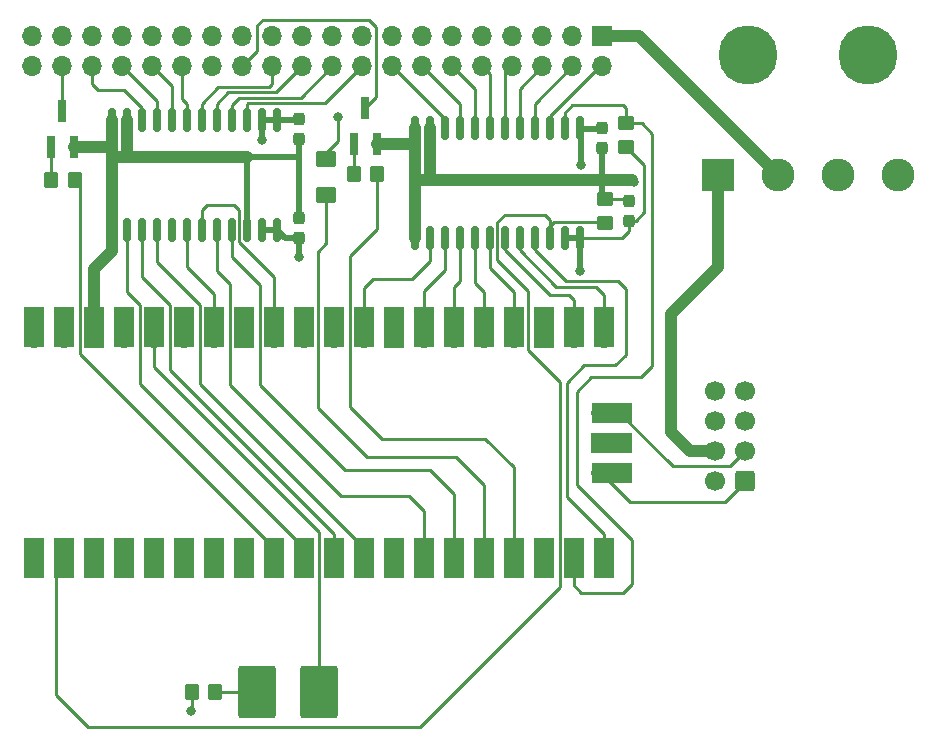
<source format=gbr>
%TF.GenerationSoftware,KiCad,Pcbnew,(6.0.1)*%
%TF.CreationDate,2022-03-24T11:58:16-04:00*%
%TF.ProjectId,FDC,4644432e-6b69-4636-9164-5f7063625858,rev?*%
%TF.SameCoordinates,Original*%
%TF.FileFunction,Copper,L1,Top*%
%TF.FilePolarity,Positive*%
%FSLAX46Y46*%
G04 Gerber Fmt 4.6, Leading zero omitted, Abs format (unit mm)*
G04 Created by KiCad (PCBNEW (6.0.1)) date 2022-03-24 11:58:16*
%MOMM*%
%LPD*%
G01*
G04 APERTURE LIST*
G04 Aperture macros list*
%AMRoundRect*
0 Rectangle with rounded corners*
0 $1 Rounding radius*
0 $2 $3 $4 $5 $6 $7 $8 $9 X,Y pos of 4 corners*
0 Add a 4 corners polygon primitive as box body*
4,1,4,$2,$3,$4,$5,$6,$7,$8,$9,$2,$3,0*
0 Add four circle primitives for the rounded corners*
1,1,$1+$1,$2,$3*
1,1,$1+$1,$4,$5*
1,1,$1+$1,$6,$7*
1,1,$1+$1,$8,$9*
0 Add four rect primitives between the rounded corners*
20,1,$1+$1,$2,$3,$4,$5,0*
20,1,$1+$1,$4,$5,$6,$7,0*
20,1,$1+$1,$6,$7,$8,$9,0*
20,1,$1+$1,$8,$9,$2,$3,0*%
G04 Aperture macros list end*
%TA.AperFunction,SMDPad,CuDef*%
%ADD10RoundRect,0.150000X-0.150000X0.875000X-0.150000X-0.875000X0.150000X-0.875000X0.150000X0.875000X0*%
%TD*%
%TA.AperFunction,SMDPad,CuDef*%
%ADD11R,0.800000X1.900000*%
%TD*%
%TA.AperFunction,SMDPad,CuDef*%
%ADD12RoundRect,0.249999X0.350001X0.450001X-0.350001X0.450001X-0.350001X-0.450001X0.350001X-0.450001X0*%
%TD*%
%TA.AperFunction,SMDPad,CuDef*%
%ADD13RoundRect,0.249999X0.450001X-0.350001X0.450001X0.350001X-0.450001X0.350001X-0.450001X-0.350001X0*%
%TD*%
%TA.AperFunction,SMDPad,CuDef*%
%ADD14RoundRect,0.237500X0.237500X-0.300000X0.237500X0.300000X-0.237500X0.300000X-0.237500X-0.300000X0*%
%TD*%
%TA.AperFunction,SMDPad,CuDef*%
%ADD15RoundRect,0.237500X-0.237500X0.300000X-0.237500X-0.300000X0.237500X-0.300000X0.237500X0.300000X0*%
%TD*%
%TA.AperFunction,SMDPad,CuDef*%
%ADD16RoundRect,0.250000X-0.625000X0.462500X-0.625000X-0.462500X0.625000X-0.462500X0.625000X0.462500X0*%
%TD*%
%TA.AperFunction,ComponentPad*%
%ADD17R,1.700000X1.700000*%
%TD*%
%TA.AperFunction,ComponentPad*%
%ADD18O,1.700000X1.700000*%
%TD*%
%TA.AperFunction,ComponentPad*%
%ADD19RoundRect,0.250000X0.600000X0.600000X-0.600000X0.600000X-0.600000X-0.600000X0.600000X-0.600000X0*%
%TD*%
%TA.AperFunction,ComponentPad*%
%ADD20C,1.700000*%
%TD*%
%TA.AperFunction,WasherPad*%
%ADD21C,5.000000*%
%TD*%
%TA.AperFunction,ComponentPad*%
%ADD22R,2.780000X2.780000*%
%TD*%
%TA.AperFunction,ComponentPad*%
%ADD23C,2.780000*%
%TD*%
%TA.AperFunction,SMDPad,CuDef*%
%ADD24R,1.700000X3.500000*%
%TD*%
%TA.AperFunction,SMDPad,CuDef*%
%ADD25R,3.500000X1.700000*%
%TD*%
%TA.AperFunction,SMDPad,CuDef*%
%ADD26RoundRect,0.250000X-1.350000X-1.975000X1.350000X-1.975000X1.350000X1.975000X-1.350000X1.975000X0*%
%TD*%
%TA.AperFunction,SMDPad,CuDef*%
%ADD27RoundRect,0.250000X0.350000X0.450000X-0.350000X0.450000X-0.350000X-0.450000X0.350000X-0.450000X0*%
%TD*%
%TA.AperFunction,ViaPad*%
%ADD28C,0.800000*%
%TD*%
%TA.AperFunction,Conductor*%
%ADD29C,1.000000*%
%TD*%
%TA.AperFunction,Conductor*%
%ADD30C,0.500000*%
%TD*%
%TA.AperFunction,Conductor*%
%ADD31C,0.250000*%
%TD*%
G04 APERTURE END LIST*
D10*
%TO.P,U3,1*%
%TO.N,+5V*%
X160401000Y-68248000D03*
%TO.P,U3,2*%
%TO.N,/DIR*%
X159131000Y-68248000D03*
%TO.P,U3,3*%
%TO.N,/D0*%
X157861000Y-68248000D03*
%TO.P,U3,4*%
%TO.N,/D1*%
X156591000Y-68248000D03*
%TO.P,U3,5*%
%TO.N,/D2*%
X155321000Y-68248000D03*
%TO.P,U3,6*%
%TO.N,/D3*%
X154051000Y-68248000D03*
%TO.P,U3,7*%
%TO.N,/D4*%
X152781000Y-68248000D03*
%TO.P,U3,8*%
%TO.N,/D5*%
X151511000Y-68248000D03*
%TO.P,U3,9*%
%TO.N,/D6*%
X150241000Y-68248000D03*
%TO.P,U3,10*%
%TO.N,/D7*%
X148971000Y-68248000D03*
%TO.P,U3,11*%
%TO.N,GND*%
X147701000Y-68248000D03*
%TO.P,U3,12*%
X146431000Y-68248000D03*
%TO.P,U3,13*%
X146431000Y-77548000D03*
%TO.P,U3,14*%
%TO.N,/D7'*%
X147701000Y-77548000D03*
%TO.P,U3,15*%
%TO.N,/D6'*%
X148971000Y-77548000D03*
%TO.P,U3,16*%
%TO.N,/D5'*%
X150241000Y-77548000D03*
%TO.P,U3,17*%
%TO.N,/D4'*%
X151511000Y-77548000D03*
%TO.P,U3,18*%
%TO.N,/D3'*%
X152781000Y-77548000D03*
%TO.P,U3,19*%
%TO.N,/D2'*%
X154051000Y-77548000D03*
%TO.P,U3,20*%
%TO.N,/D1'*%
X155321000Y-77548000D03*
%TO.P,U3,21*%
%TO.N,/D0'*%
X156591000Y-77548000D03*
%TO.P,U3,22*%
%TO.N,/OE*%
X157861000Y-77548000D03*
%TO.P,U3,23*%
%TO.N,+3V3*%
X159131000Y-77548000D03*
%TO.P,U3,24*%
X160401000Y-77548000D03*
%TD*%
D11*
%TO.P,Q1,1*%
%TO.N,Net-(Q1-Pad1)*%
X115636000Y-69826000D03*
%TO.P,Q1,2*%
%TO.N,GND*%
X117536000Y-69826000D03*
%TO.P,Q1,3*%
%TO.N,/WAIT*%
X116586000Y-66826000D03*
%TD*%
D12*
%TO.P,R6,1*%
%TO.N,/WAIT'*%
X117649500Y-72644000D03*
%TO.P,R6,2*%
%TO.N,Net-(Q1-Pad1)*%
X115649500Y-72644000D03*
%TD*%
%TO.P,R8,1*%
%TO.N,/NMI'*%
X143240000Y-72136000D03*
%TO.P,R8,2*%
%TO.N,Net-(Q2-Pad1)*%
X141240000Y-72136000D03*
%TD*%
D10*
%TO.P,U5,1*%
%TO.N,+5V*%
X134747000Y-67564000D03*
%TO.P,U5,2*%
X133477000Y-67564000D03*
%TO.P,U5,3*%
%TO.N,/DISKIN*%
X132207000Y-67564000D03*
%TO.P,U5,4*%
%TO.N,/DISKOUT*%
X130937000Y-67564000D03*
%TO.P,U5,5*%
%TO.N,/A0*%
X129667000Y-67564000D03*
%TO.P,U5,6*%
%TO.N,/A1*%
X128397000Y-67564000D03*
%TO.P,U5,7*%
%TO.N,/INTAK*%
X127127000Y-67564000D03*
%TO.P,U5,8*%
%TO.N,/WRNMI*%
X125857000Y-67564000D03*
%TO.P,U5,9*%
%TO.N,/RDNMI*%
X124587000Y-67564000D03*
%TO.P,U5,10*%
%TO.N,/DRVSEL*%
X123317000Y-67564000D03*
%TO.P,U5,11*%
%TO.N,GND*%
X122047000Y-67564000D03*
%TO.P,U5,12*%
X120777000Y-67564000D03*
%TO.P,U5,13*%
X120777000Y-76864000D03*
%TO.P,U5,14*%
%TO.N,/DRVSEL'*%
X122047000Y-76864000D03*
%TO.P,U5,15*%
%TO.N,/RDNMI'*%
X123317000Y-76864000D03*
%TO.P,U5,16*%
%TO.N,/WRNMI'*%
X124587000Y-76864000D03*
%TO.P,U5,17*%
%TO.N,N/C*%
X125857000Y-76864000D03*
%TO.P,U5,18*%
%TO.N,/A1'*%
X127127000Y-76864000D03*
%TO.P,U5,19*%
%TO.N,/A0'*%
X128397000Y-76864000D03*
%TO.P,U5,20*%
%TO.N,/DISKOUT'*%
X129667000Y-76864000D03*
%TO.P,U5,21*%
%TO.N,/DISKIN'*%
X130937000Y-76864000D03*
%TO.P,U5,22*%
%TO.N,GND*%
X132207000Y-76864000D03*
%TO.P,U5,23*%
%TO.N,+3V3*%
X133477000Y-76864000D03*
%TO.P,U5,24*%
X134747000Y-76864000D03*
%TD*%
D11*
%TO.P,Q2,1*%
%TO.N,Net-(Q2-Pad1)*%
X141290000Y-69572000D03*
%TO.P,Q2,2*%
%TO.N,GND*%
X143190000Y-69572000D03*
%TO.P,Q2,3*%
%TO.N,/NMI*%
X142240000Y-66572000D03*
%TD*%
D13*
%TO.P,R9,1*%
%TO.N,+3V3*%
X164338000Y-69834000D03*
%TO.P,R9,2*%
%TO.N,/DIR*%
X164338000Y-67834000D03*
%TD*%
%TO.P,R10,1*%
%TO.N,/OE*%
X162560000Y-76247500D03*
%TO.P,R10,2*%
%TO.N,GND*%
X162560000Y-74247500D03*
%TD*%
D14*
%TO.P,C2,1*%
%TO.N,+3V3*%
X164528500Y-76110000D03*
%TO.P,C2,2*%
%TO.N,GND*%
X164528500Y-74385000D03*
%TD*%
D15*
%TO.P,C3,1*%
%TO.N,+5V*%
X162306000Y-68225500D03*
%TO.P,C3,2*%
%TO.N,GND*%
X162306000Y-69950500D03*
%TD*%
D14*
%TO.P,C5,1*%
%TO.N,+3V3*%
X136652000Y-77570500D03*
%TO.P,C5,2*%
%TO.N,GND*%
X136652000Y-75845500D03*
%TD*%
D15*
%TO.P,C6,1*%
%TO.N,+5V*%
X136652000Y-67463500D03*
%TO.P,C6,2*%
%TO.N,GND*%
X136652000Y-69188500D03*
%TD*%
D16*
%TO.P,D2,1*%
%TO.N,/RESET*%
X138938000Y-70902500D03*
%TO.P,D2,2*%
%TO.N,/RESET'*%
X138938000Y-73877500D03*
%TD*%
D17*
%TO.P,J5,1*%
%TO.N,GND*%
X162306000Y-60452000D03*
D18*
%TO.P,J5,2*%
%TO.N,/D0*%
X162306000Y-62992000D03*
%TO.P,J5,3*%
%TO.N,GND*%
X159766000Y-60452000D03*
%TO.P,J5,4*%
%TO.N,/D1*%
X159766000Y-62992000D03*
%TO.P,J5,5*%
%TO.N,GND*%
X157226000Y-60452000D03*
%TO.P,J5,6*%
%TO.N,/D2*%
X157226000Y-62992000D03*
%TO.P,J5,7*%
%TO.N,GND*%
X154686000Y-60452000D03*
%TO.P,J5,8*%
%TO.N,/D3*%
X154686000Y-62992000D03*
%TO.P,J5,9*%
%TO.N,GND*%
X152146000Y-60452000D03*
%TO.P,J5,10*%
%TO.N,/D4*%
X152146000Y-62992000D03*
%TO.P,J5,11*%
%TO.N,GND*%
X149606000Y-60452000D03*
%TO.P,J5,12*%
%TO.N,/D5*%
X149606000Y-62992000D03*
%TO.P,J5,13*%
%TO.N,GND*%
X147066000Y-60452000D03*
%TO.P,J5,14*%
%TO.N,/D6*%
X147066000Y-62992000D03*
%TO.P,J5,15*%
%TO.N,GND*%
X144526000Y-60452000D03*
%TO.P,J5,16*%
%TO.N,/D7*%
X144526000Y-62992000D03*
%TO.P,J5,17*%
%TO.N,GND*%
X141986000Y-60452000D03*
%TO.P,J5,18*%
%TO.N,/DISKIN*%
X141986000Y-62992000D03*
%TO.P,J5,19*%
%TO.N,GND*%
X139446000Y-60452000D03*
%TO.P,J5,20*%
%TO.N,/DISKOUT*%
X139446000Y-62992000D03*
%TO.P,J5,21*%
%TO.N,GND*%
X136906000Y-60452000D03*
%TO.P,J5,22*%
%TO.N,/A0*%
X136906000Y-62992000D03*
%TO.P,J5,23*%
%TO.N,GND*%
X134366000Y-60452000D03*
%TO.P,J5,24*%
%TO.N,/A1*%
X134366000Y-62992000D03*
%TO.P,J5,25*%
%TO.N,GND*%
X131826000Y-60452000D03*
%TO.P,J5,26*%
%TO.N,/NMI*%
X131826000Y-62992000D03*
%TO.P,J5,27*%
%TO.N,GND*%
X129286000Y-60452000D03*
%TO.P,J5,28*%
%TO.N,/RESET*%
X129286000Y-62992000D03*
%TO.P,J5,29*%
%TO.N,GND*%
X126746000Y-60452000D03*
%TO.P,J5,30*%
%TO.N,/INTAK*%
X126746000Y-62992000D03*
%TO.P,J5,31*%
%TO.N,GND*%
X124206000Y-60452000D03*
%TO.P,J5,32*%
%TO.N,/WRNMI*%
X124206000Y-62992000D03*
%TO.P,J5,33*%
%TO.N,GND*%
X121666000Y-60452000D03*
%TO.P,J5,34*%
%TO.N,/RDNMI*%
X121666000Y-62992000D03*
%TO.P,J5,35*%
%TO.N,GND*%
X119126000Y-60452000D03*
%TO.P,J5,36*%
%TO.N,/DRVSEL*%
X119126000Y-62992000D03*
%TO.P,J5,37*%
%TO.N,GND*%
X116586000Y-60452000D03*
%TO.P,J5,38*%
%TO.N,/WAIT*%
X116586000Y-62992000D03*
%TO.P,J5,39*%
%TO.N,GND*%
X114046000Y-60452000D03*
%TO.P,J5,40*%
X114046000Y-62992000D03*
%TD*%
D19*
%TO.P,J1,1*%
%TO.N,/SWCLK*%
X174371000Y-98107500D03*
D20*
%TO.P,J1,2*%
%TO.N,+5V*%
X171831000Y-98107500D03*
%TO.P,J1,3*%
%TO.N,/SWDIO*%
X174371000Y-95567500D03*
%TO.P,J1,4*%
%TO.N,+5V*%
X171831000Y-95567500D03*
%TO.P,J1,5*%
%TO.N,N/C*%
X174371000Y-93027500D03*
%TO.P,J1,6*%
%TO.N,GND*%
X171831000Y-93027500D03*
%TO.P,J1,7*%
%TO.N,/DEBUG_TXD*%
X174371000Y-90487500D03*
%TO.P,J1,8*%
%TO.N,GND*%
X171831000Y-90487500D03*
%TD*%
D21*
%TO.P,J4,*%
%TO.N,*%
X184785000Y-62039500D03*
X174625000Y-62039500D03*
D22*
%TO.P,J4,1*%
%TO.N,+5V*%
X172085000Y-72199500D03*
D23*
%TO.P,J4,2*%
%TO.N,GND*%
X177165000Y-72199500D03*
%TO.P,J4,3*%
%TO.N,N/C*%
X182245000Y-72199500D03*
%TO.P,J4,4*%
X187325000Y-72199500D03*
%TD*%
D24*
%TO.P,U2,1*%
%TO.N,/DEBUG_TXD*%
X114173000Y-104659000D03*
D18*
X114173000Y-103759000D03*
%TO.P,U2,2*%
%TO.N,/OE*%
X116713000Y-103759000D03*
D24*
X116713000Y-104659000D03*
D17*
%TO.P,U2,3*%
%TO.N,GND*%
X119253000Y-103759000D03*
D24*
X119253000Y-104659000D03*
%TO.P,U2,4*%
%TO.N,/CLK_SCLK*%
X121793000Y-104659000D03*
D18*
X121793000Y-103759000D03*
D24*
%TO.P,U2,5*%
%TO.N,/CMD_MOSI*%
X124333000Y-104659000D03*
D18*
X124333000Y-103759000D03*
D24*
%TO.P,U2,6*%
%TO.N,/DAT0_MISO*%
X126873000Y-104659000D03*
D18*
X126873000Y-103759000D03*
%TO.P,U2,7*%
%TO.N,/DAT3_CS*%
X129413000Y-103759000D03*
D24*
X129413000Y-104659000D03*
D17*
%TO.P,U2,8*%
%TO.N,GND*%
X131953000Y-103759000D03*
D24*
X131953000Y-104659000D03*
D18*
%TO.P,U2,9*%
%TO.N,/WAIT'*%
X134493000Y-103759000D03*
D24*
X134493000Y-104659000D03*
%TO.P,U2,10*%
%TO.N,/DRVSEL'*%
X137033000Y-104659000D03*
D18*
X137033000Y-103759000D03*
%TO.P,U2,11*%
%TO.N,/RDNMI'*%
X139573000Y-103759000D03*
D24*
X139573000Y-104659000D03*
%TO.P,U2,12*%
%TO.N,/WRNMI'*%
X142113000Y-104659000D03*
D18*
X142113000Y-103759000D03*
D17*
%TO.P,U2,13*%
%TO.N,GND*%
X144653000Y-103759000D03*
D24*
X144653000Y-104659000D03*
D18*
%TO.P,U2,14*%
%TO.N,/DISKOUT'*%
X147193000Y-103759000D03*
D24*
X147193000Y-104659000D03*
D18*
%TO.P,U2,15*%
%TO.N,/DISKIN'*%
X149733000Y-103759000D03*
D24*
X149733000Y-104659000D03*
%TO.P,U2,16*%
%TO.N,/RESET'*%
X152273000Y-104659000D03*
D18*
X152273000Y-103759000D03*
D24*
%TO.P,U2,17*%
%TO.N,/NMI'*%
X154813000Y-104659000D03*
D18*
X154813000Y-103759000D03*
D24*
%TO.P,U2,18*%
%TO.N,GND*%
X157353000Y-104659000D03*
D17*
X157353000Y-103759000D03*
D24*
%TO.P,U2,19*%
%TO.N,/DIR*%
X159893000Y-104659000D03*
D18*
X159893000Y-103759000D03*
D24*
%TO.P,U2,20*%
%TO.N,/D0'*%
X162433000Y-104659000D03*
D18*
X162433000Y-103759000D03*
D24*
%TO.P,U2,21*%
%TO.N,/D1'*%
X162433000Y-85079000D03*
D18*
X162433000Y-85979000D03*
%TO.P,U2,22*%
%TO.N,/D2'*%
X159893000Y-85979000D03*
D24*
X159893000Y-85079000D03*
%TO.P,U2,23*%
%TO.N,GND*%
X157353000Y-85079000D03*
D17*
X157353000Y-85979000D03*
D24*
%TO.P,U2,24*%
%TO.N,/D3'*%
X154813000Y-85079000D03*
D18*
X154813000Y-85979000D03*
%TO.P,U2,25*%
%TO.N,/D4'*%
X152273000Y-85979000D03*
D24*
X152273000Y-85079000D03*
D18*
%TO.P,U2,26*%
%TO.N,/D5'*%
X149733000Y-85979000D03*
D24*
X149733000Y-85079000D03*
%TO.P,U2,27*%
%TO.N,/D6'*%
X147193000Y-85079000D03*
D18*
X147193000Y-85979000D03*
D17*
%TO.P,U2,28*%
%TO.N,GND*%
X144653000Y-85979000D03*
D24*
X144653000Y-85079000D03*
%TO.P,U2,29*%
%TO.N,/D7'*%
X142113000Y-85079000D03*
D18*
X142113000Y-85979000D03*
%TO.P,U2,30*%
%TO.N,Net-(U2-Pad30)*%
X139573000Y-85979000D03*
D24*
X139573000Y-85079000D03*
D18*
%TO.P,U2,31*%
%TO.N,/CD*%
X137033000Y-85979000D03*
D24*
X137033000Y-85079000D03*
D18*
%TO.P,U2,32*%
%TO.N,/A0'*%
X134493000Y-85979000D03*
D24*
X134493000Y-85079000D03*
%TO.P,U2,33*%
%TO.N,GND*%
X131953000Y-85079000D03*
D17*
X131953000Y-85979000D03*
D18*
%TO.P,U2,34*%
%TO.N,/A1'*%
X129413000Y-85979000D03*
D24*
X129413000Y-85079000D03*
%TO.P,U2,35*%
%TO.N,Net-(U2-Pad35)*%
X126873000Y-85079000D03*
D18*
X126873000Y-85979000D03*
%TO.P,U2,36*%
%TO.N,+3V3*%
X124333000Y-85979000D03*
D24*
X124333000Y-85079000D03*
%TO.P,U2,37*%
%TO.N,Net-(U2-Pad37)*%
X121793000Y-85079000D03*
D18*
X121793000Y-85979000D03*
D24*
%TO.P,U2,38*%
%TO.N,GND*%
X119253000Y-85079000D03*
D17*
X119253000Y-85979000D03*
D24*
%TO.P,U2,39*%
%TO.N,+5V*%
X116713000Y-85079000D03*
D18*
X116713000Y-85979000D03*
%TO.P,U2,40*%
%TO.N,Net-(U2-Pad40)*%
X114173000Y-85979000D03*
D24*
X114173000Y-85079000D03*
D25*
%TO.P,U2,41*%
%TO.N,/SWCLK*%
X163103000Y-97409000D03*
D18*
X162203000Y-97409000D03*
D17*
%TO.P,U2,42*%
%TO.N,GND*%
X162203000Y-94869000D03*
D25*
X163103000Y-94869000D03*
%TO.P,U2,43*%
%TO.N,/SWDIO*%
X163103000Y-92329000D03*
D18*
X162203000Y-92329000D03*
%TD*%
D26*
%TO.P,D1,1*%
%TO.N,Net-(D1-Pad1)*%
X133099500Y-116014500D03*
%TO.P,D1,2*%
%TO.N,+3V3*%
X138299500Y-116014500D03*
%TD*%
D27*
%TO.P,R1,1*%
%TO.N,Net-(D1-Pad1)*%
X129524000Y-116014500D03*
%TO.P,R1,2*%
%TO.N,/DEBUG_TXD*%
X127524000Y-116014500D03*
%TD*%
D28*
%TO.N,GND*%
X164973000Y-72771000D03*
%TO.N,+3V3*%
X160401000Y-80327500D03*
X136652000Y-79184500D03*
%TO.N,/RESET*%
X139954000Y-67310000D03*
%TO.N,/DEBUG_TXD*%
X127508000Y-117602000D03*
%TO.N,+5V*%
X160528000Y-71374000D03*
X133477000Y-69215000D03*
%TD*%
D29*
%TO.N,GND*%
X165417500Y-60452000D02*
X162306000Y-60452000D01*
X143190000Y-69572000D02*
X146391500Y-69572000D01*
X147637500Y-72644000D02*
X146431000Y-72644000D01*
D30*
X162306000Y-72644000D02*
X162306000Y-72263000D01*
D29*
X132207000Y-70724502D02*
X122061498Y-70724502D01*
D30*
X132207000Y-73850500D02*
X132207000Y-70724502D01*
D29*
X177165000Y-72199500D02*
X165417500Y-60452000D01*
D31*
X164391000Y-74247500D02*
X164528500Y-74385000D01*
D30*
X132207000Y-76864000D02*
X132207000Y-73850500D01*
X136652000Y-73850500D02*
X136652000Y-70612000D01*
D29*
X146391500Y-69572000D02*
X146431000Y-69532500D01*
X162306000Y-72644000D02*
X147637500Y-72644000D01*
X120777000Y-70739000D02*
X120777000Y-69723000D01*
X122047000Y-70710004D02*
X122061498Y-70724502D01*
X120791498Y-70724502D02*
X120777000Y-70739000D01*
X117536000Y-69834000D02*
X120666000Y-69834000D01*
X147701000Y-72580500D02*
X147637500Y-72644000D01*
X119253000Y-80137000D02*
X119253000Y-85979000D01*
D30*
X162306000Y-72644000D02*
X162306000Y-73993500D01*
D29*
X146431000Y-77548000D02*
X146431000Y-72644000D01*
X147701000Y-68248000D02*
X147701000Y-72580500D01*
X122061498Y-70724502D02*
X120791498Y-70724502D01*
D30*
X164846000Y-72644000D02*
X164973000Y-72771000D01*
X132207000Y-70724502D02*
X136539498Y-70724502D01*
D29*
X122047000Y-67564000D02*
X122047000Y-70710004D01*
D30*
X162306000Y-73993500D02*
X162560000Y-74247500D01*
D29*
X120777000Y-67564000D02*
X120777000Y-69723000D01*
D30*
X136539498Y-70724502D02*
X136652000Y-70612000D01*
X136652000Y-75845500D02*
X136652000Y-73850500D01*
X162306000Y-72263000D02*
X162306000Y-69863000D01*
X120777000Y-69723000D02*
X120666000Y-69834000D01*
X136652000Y-70612000D02*
X136652000Y-69188500D01*
D29*
X146431000Y-69532500D02*
X146431000Y-72644000D01*
X120777000Y-76864000D02*
X120777000Y-78613000D01*
X162306000Y-72644000D02*
X164846000Y-72644000D01*
X120777000Y-78613000D02*
X119253000Y-80137000D01*
X146431000Y-68248000D02*
X146431000Y-69532500D01*
X120777000Y-76864000D02*
X120777000Y-70739000D01*
D31*
X162560000Y-74247500D02*
X164391000Y-74247500D01*
%TO.N,+3V3*%
X124333000Y-88454000D02*
X138303000Y-102424000D01*
X138303000Y-116011000D02*
X138299500Y-116014500D01*
X160401000Y-77548000D02*
X163942500Y-77548000D01*
X165862000Y-75374500D02*
X165862000Y-71358000D01*
D30*
X135453500Y-77570500D02*
X134747000Y-76864000D01*
D31*
X164528500Y-76110000D02*
X165126500Y-76110000D01*
X164528500Y-76962000D02*
X164528500Y-76110000D01*
D30*
X160401000Y-77548000D02*
X160401000Y-80327500D01*
D31*
X165126500Y-76110000D02*
X165862000Y-75374500D01*
X124333000Y-85979000D02*
X124333000Y-88454000D01*
D30*
X133477000Y-76864000D02*
X134747000Y-76864000D01*
X160401000Y-77548000D02*
X159131000Y-77548000D01*
D31*
X165862000Y-71358000D02*
X164338000Y-69834000D01*
X138303000Y-102424000D02*
X138303000Y-116011000D01*
D30*
X136652000Y-77570500D02*
X135453500Y-77570500D01*
D31*
X163942500Y-77548000D02*
X164528500Y-76962000D01*
D30*
X136652000Y-77570500D02*
X136652000Y-79184500D01*
D31*
%TO.N,/D7*%
X148971000Y-67437000D02*
X144526000Y-62992000D01*
X148971000Y-68248000D02*
X148971000Y-67437000D01*
%TO.N,/D6*%
X150241000Y-66167000D02*
X147066000Y-62992000D01*
X150241000Y-68248000D02*
X150241000Y-66167000D01*
%TO.N,/D5*%
X151511000Y-64897000D02*
X149606000Y-62992000D01*
X151511000Y-68248000D02*
X151511000Y-64897000D01*
%TO.N,/D4*%
X152781000Y-68248000D02*
X152781000Y-63627000D01*
X152781000Y-63627000D02*
X152146000Y-62992000D01*
%TO.N,/D3*%
X154051000Y-68248000D02*
X154051000Y-63627000D01*
X154051000Y-63627000D02*
X154686000Y-62992000D01*
%TO.N,/D2*%
X155321000Y-64897000D02*
X157226000Y-62992000D01*
X155321000Y-68248000D02*
X155321000Y-64897000D01*
%TO.N,/D1*%
X156591000Y-66167000D02*
X159766000Y-62992000D01*
X156591000Y-68248000D02*
X156591000Y-66167000D01*
%TO.N,/D0*%
X157861000Y-68248000D02*
X157861000Y-67223000D01*
X162092000Y-62992000D02*
X162306000Y-62992000D01*
X157861000Y-67223000D02*
X162092000Y-62992000D01*
%TO.N,/WAIT*%
X116586000Y-66826000D02*
X116586000Y-62992000D01*
%TO.N,/INTAK*%
X126746000Y-65786000D02*
X126746000Y-62992000D01*
X127127000Y-66167000D02*
X126746000Y-65786000D01*
X127127000Y-66167000D02*
X127127000Y-67564000D01*
%TO.N,/RESET*%
X139954000Y-69342000D02*
X139954000Y-67310000D01*
X138938000Y-70740000D02*
X138938000Y-70358000D01*
X138938000Y-70358000D02*
X139954000Y-69342000D01*
%TO.N,/NMI*%
X133096000Y-59499500D02*
X133096000Y-61722000D01*
X143161001Y-59658501D02*
X142557500Y-59055000D01*
X143161001Y-65650999D02*
X143161001Y-59658501D01*
X133540500Y-59055000D02*
X133096000Y-59499500D01*
X142557500Y-59055000D02*
X133540500Y-59055000D01*
X142240000Y-66572000D02*
X143161001Y-65650999D01*
X133096000Y-61722000D02*
X131826000Y-62992000D01*
%TO.N,/A1*%
X134112000Y-64770000D02*
X134366000Y-64516000D01*
X134366000Y-64516000D02*
X134366000Y-62992000D01*
X129794000Y-64770000D02*
X134112000Y-64770000D01*
X128397000Y-66167000D02*
X129794000Y-64770000D01*
X128397000Y-67564000D02*
X128397000Y-66167000D01*
%TO.N,/A0*%
X134677990Y-65220010D02*
X136906000Y-62992000D01*
X130613990Y-65220010D02*
X134677990Y-65220010D01*
X129667000Y-66167000D02*
X130613990Y-65220010D01*
X129667000Y-67564000D02*
X129667000Y-66167000D01*
%TO.N,/OE*%
X116051499Y-116241999D02*
X118745000Y-118935500D01*
X158717999Y-89756999D02*
X155988001Y-87027001D01*
X158186010Y-76197990D02*
X162510490Y-76197990D01*
X157861000Y-76523000D02*
X158186010Y-76197990D01*
X116713000Y-103759000D02*
X116051499Y-104420501D01*
X153406010Y-76209990D02*
X154051000Y-75565000D01*
X162510490Y-76197990D02*
X162560000Y-76247500D01*
X155988001Y-82010501D02*
X153406010Y-79428510D01*
X118745000Y-118935500D02*
X146874998Y-118935500D01*
X157416500Y-75565000D02*
X157861000Y-76009500D01*
X146874998Y-118935500D02*
X158717999Y-107092499D01*
X158717999Y-107092499D02*
X158717999Y-89756999D01*
X116051499Y-104420501D02*
X116051499Y-116241999D01*
X155988001Y-87027001D02*
X155988001Y-82010501D01*
X157861000Y-76009500D02*
X157861000Y-77548000D01*
X154051000Y-75565000D02*
X157416500Y-75565000D01*
X157861000Y-77548000D02*
X157861000Y-76523000D01*
X153406010Y-79428510D02*
X153406010Y-76209990D01*
%TO.N,/DIR*%
X160147000Y-90551000D02*
X161353500Y-89344500D01*
X165544500Y-89344500D02*
X166497000Y-88392000D01*
X164782500Y-103124000D02*
X160147000Y-98488500D01*
X166497000Y-68707000D02*
X165624000Y-67834000D01*
X165624000Y-67834000D02*
X164338000Y-67834000D01*
X160147000Y-98488500D02*
X160147000Y-90551000D01*
X160528000Y-107569000D02*
X164084000Y-107569000D01*
X159766000Y-66294000D02*
X164084000Y-66294000D01*
X159131000Y-66929000D02*
X159766000Y-66294000D01*
X159893000Y-103759000D02*
X159893000Y-106934000D01*
X159893000Y-106934000D02*
X160528000Y-107569000D01*
X164782500Y-106870500D02*
X164782500Y-103124000D01*
X164084000Y-107569000D02*
X164782500Y-106870500D01*
X164338000Y-66548000D02*
X164338000Y-67834000D01*
X166497000Y-88392000D02*
X166497000Y-68707000D01*
X161353500Y-89344500D02*
X165544500Y-89344500D01*
X159131000Y-68248000D02*
X159131000Y-66929000D01*
X164084000Y-66294000D02*
X164338000Y-66548000D01*
%TO.N,/DRVSEL*%
X121802000Y-65024000D02*
X119634000Y-65024000D01*
X123317000Y-66539000D02*
X121802000Y-65024000D01*
X119126000Y-64516000D02*
X119126000Y-62992000D01*
X123317000Y-67564000D02*
X123317000Y-66539000D01*
X119634000Y-65024000D02*
X119126000Y-64516000D01*
%TO.N,/RDNMI*%
X124587000Y-67564000D02*
X124587000Y-65913000D01*
X124587000Y-65913000D02*
X121666000Y-62992000D01*
%TO.N,/WRNMI*%
X125857000Y-67564000D02*
X125857000Y-64643000D01*
X125857000Y-64643000D02*
X124206000Y-62992000D01*
%TO.N,/DISKOUT*%
X130937000Y-67564000D02*
X130937000Y-66305020D01*
X131572000Y-65670020D02*
X136767980Y-65670020D01*
X136767980Y-65670020D02*
X139446000Y-62992000D01*
X130937000Y-66305020D02*
X131572000Y-65670020D01*
%TO.N,/DISKIN*%
X138857971Y-66120029D02*
X132334000Y-66120030D01*
X132334000Y-66120030D02*
X132207000Y-66247030D01*
X141986000Y-62992000D02*
X138857971Y-66120029D01*
X132207000Y-66247030D02*
X132207000Y-67564000D01*
%TO.N,Net-(Q1-Pad1)*%
X115636000Y-72630500D02*
X115649500Y-72644000D01*
X115636000Y-69826000D02*
X115636000Y-72630500D01*
%TO.N,Net-(Q2-Pad1)*%
X141290000Y-72086000D02*
X141240000Y-72136000D01*
X141290000Y-69572000D02*
X141290000Y-72086000D01*
%TO.N,/SWDIO*%
X174371000Y-95567500D02*
X173101000Y-96837500D01*
X173101000Y-96837500D02*
X168256502Y-96837500D01*
X163748002Y-92329000D02*
X162203000Y-92329000D01*
X168256502Y-96837500D02*
X163748002Y-92329000D01*
%TO.N,/SWCLK*%
X174371000Y-98171000D02*
X172656500Y-99885500D01*
X174371000Y-98107500D02*
X174371000Y-98171000D01*
X172656500Y-99885500D02*
X164679500Y-99885500D01*
X164679500Y-99885500D02*
X162203000Y-97409000D01*
%TO.N,/D0'*%
X162433000Y-102616000D02*
X159321500Y-99504500D01*
X159321500Y-99504500D02*
X159321500Y-89789000D01*
X159234500Y-81216500D02*
X163639500Y-81216500D01*
X163639500Y-81216500D02*
X164274500Y-81851500D01*
X160782000Y-88328500D02*
X163385500Y-88328500D01*
X156591000Y-78573000D02*
X159234500Y-81216500D01*
X163385500Y-88328500D02*
X164274500Y-87439500D01*
X159321500Y-89789000D02*
X160782000Y-88328500D01*
X164274500Y-81851500D02*
X164274500Y-87439500D01*
X156591000Y-77548000D02*
X156591000Y-78573000D01*
X162433000Y-103759000D02*
X162433000Y-102616000D01*
%TO.N,/D1'*%
X155321000Y-77548000D02*
X155321000Y-78573000D01*
X162433000Y-82359500D02*
X162433000Y-85979000D01*
X161740010Y-81666510D02*
X162433000Y-82359500D01*
X155321000Y-78573000D02*
X158414510Y-81666510D01*
X158414510Y-81666510D02*
X161740010Y-81666510D01*
%TO.N,/D2'*%
X159893000Y-82804000D02*
X159893000Y-85979000D01*
X154051000Y-78573000D02*
X157837500Y-82359500D01*
X159448500Y-82359500D02*
X159893000Y-82804000D01*
X157837500Y-82359500D02*
X159448500Y-82359500D01*
X154051000Y-77548000D02*
X154051000Y-78573000D01*
%TO.N,/D3'*%
X152781000Y-77548000D02*
X152781000Y-80073500D01*
X154813000Y-82105500D02*
X154813000Y-85979000D01*
X152781000Y-80073500D02*
X154813000Y-82105500D01*
%TO.N,/D4'*%
X152273000Y-82105500D02*
X152273000Y-85979000D01*
X151511000Y-77548000D02*
X151511000Y-81343500D01*
X151511000Y-81343500D02*
X152273000Y-82105500D01*
%TO.N,/D5'*%
X149733000Y-81724500D02*
X149733000Y-85979000D01*
X150241000Y-77548000D02*
X150241000Y-81216500D01*
X150241000Y-81216500D02*
X149733000Y-81724500D01*
%TO.N,/D6'*%
X147193000Y-82042000D02*
X147193000Y-85979000D01*
X148971000Y-80264000D02*
X147193000Y-82042000D01*
X148971000Y-77548000D02*
X148971000Y-80264000D01*
%TO.N,/D7'*%
X147701000Y-77548000D02*
X147701000Y-79502000D01*
X142113000Y-81788000D02*
X142113000Y-85979000D01*
X142875000Y-81026000D02*
X142113000Y-81788000D01*
X146177000Y-81026000D02*
X142875000Y-81026000D01*
X147701000Y-79502000D02*
X146177000Y-81026000D01*
%TO.N,/DEBUG_TXD*%
X127524000Y-117586000D02*
X127508000Y-117602000D01*
X127524000Y-116014500D02*
X127524000Y-117586000D01*
%TO.N,/DISKIN'*%
X149733000Y-99250500D02*
X149733000Y-103759000D01*
X133317999Y-81565499D02*
X133317999Y-90010999D01*
X133317999Y-90010999D02*
X140519990Y-97212990D01*
X140519990Y-97212990D02*
X147695490Y-97212990D01*
X130937000Y-79184500D02*
X133317999Y-81565499D01*
X130937000Y-76864000D02*
X130937000Y-79184500D01*
X147695490Y-97212990D02*
X149733000Y-99250500D01*
%TO.N,/DISKOUT'*%
X145923000Y-99377500D02*
X147193000Y-100647500D01*
X147193000Y-100647500D02*
X147193000Y-103759000D01*
X129667000Y-76864000D02*
X129667000Y-80362500D01*
X140144500Y-99377500D02*
X145923000Y-99377500D01*
X130777999Y-90010999D02*
X140144500Y-99377500D01*
X130777999Y-81473499D02*
X130777999Y-90010999D01*
X129667000Y-80362500D02*
X130777999Y-81473499D01*
%TO.N,/WRNMI'*%
X128237999Y-83258997D02*
X128237999Y-89883999D01*
X124587000Y-76864000D02*
X124587000Y-79607998D01*
X124587000Y-79607998D02*
X128237999Y-83258997D01*
X128237999Y-89883999D02*
X142113000Y-103759000D01*
%TO.N,/RDNMI'*%
X125697999Y-83258997D02*
X125697999Y-88740999D01*
X123317000Y-80877998D02*
X125697999Y-83258997D01*
X125697999Y-88740999D02*
X139573000Y-102616000D01*
X123317000Y-76864000D02*
X123317000Y-80877998D01*
X139573000Y-102616000D02*
X139573000Y-103759000D01*
%TO.N,/DRVSEL'*%
X122047000Y-82147998D02*
X123157999Y-83258997D01*
X123157999Y-83258997D02*
X123157999Y-89883999D01*
X122047000Y-76864000D02*
X122047000Y-82147998D01*
X123157999Y-89883999D02*
X137033000Y-103759000D01*
%TO.N,/A0'*%
X131562010Y-75174010D02*
X131127500Y-74739500D01*
X131127500Y-74739500D02*
X128841500Y-74739500D01*
X131562010Y-77915778D02*
X131562010Y-75174010D01*
X134493000Y-85979000D02*
X134493000Y-80846768D01*
X128841500Y-74739500D02*
X128397000Y-75184000D01*
X134493000Y-80846768D02*
X131562010Y-77915778D01*
X128397000Y-75184000D02*
X128397000Y-76864000D01*
%TO.N,/A1'*%
X127127000Y-76864000D02*
X127127000Y-80010000D01*
X129413000Y-82296000D02*
X129413000Y-85979000D01*
X127127000Y-80010000D02*
X129413000Y-82296000D01*
%TO.N,/RESET'*%
X152273000Y-98425000D02*
X152273000Y-103759000D01*
X142367000Y-96075500D02*
X149923500Y-96075500D01*
X138938000Y-77971502D02*
X138208001Y-78701501D01*
X138208001Y-78701501D02*
X138208001Y-91916501D01*
X138938000Y-73877500D02*
X138938000Y-77971502D01*
X149923500Y-96075500D02*
X152273000Y-98425000D01*
X138208001Y-91916501D02*
X142367000Y-96075500D01*
%TO.N,/WAIT'*%
X118077999Y-87343999D02*
X134493000Y-103759000D01*
X118077999Y-87343999D02*
X118077999Y-73072499D01*
X118077999Y-73072499D02*
X117649500Y-72644000D01*
%TO.N,/NMI'*%
X140937999Y-79089501D02*
X140937999Y-91852499D01*
X143637000Y-94551500D02*
X152400000Y-94551500D01*
X152400000Y-94551500D02*
X154813000Y-96964500D01*
X143240000Y-72136000D02*
X143240000Y-76787500D01*
X140937999Y-91852499D02*
X143637000Y-94551500D01*
X154813000Y-96964500D02*
X154813000Y-103759000D01*
X143240000Y-76787500D02*
X140937999Y-79089501D01*
D30*
%TO.N,+5V*%
X133477000Y-67564000D02*
X133477000Y-69215000D01*
D31*
X134760000Y-67551000D02*
X134747000Y-67564000D01*
D30*
X162306000Y-68313000D02*
X160466000Y-68313000D01*
D29*
X168148000Y-93980000D02*
X169735500Y-95567500D01*
D30*
X136652000Y-67551000D02*
X134760000Y-67551000D01*
X160528000Y-71374000D02*
X160528000Y-68375000D01*
X134747000Y-67564000D02*
X133477000Y-67564000D01*
D29*
X172085000Y-72199500D02*
X172085000Y-80010000D01*
D31*
X160528000Y-68375000D02*
X160401000Y-68248000D01*
D30*
X160466000Y-68313000D02*
X160401000Y-68248000D01*
D29*
X172085000Y-80010000D02*
X168148000Y-83947000D01*
X168148000Y-83947000D02*
X168148000Y-93980000D01*
X169735500Y-95567500D02*
X171831000Y-95567500D01*
D31*
%TO.N,Net-(D1-Pad1)*%
X133099500Y-116014500D02*
X129524000Y-116014500D01*
%TD*%
M02*

</source>
